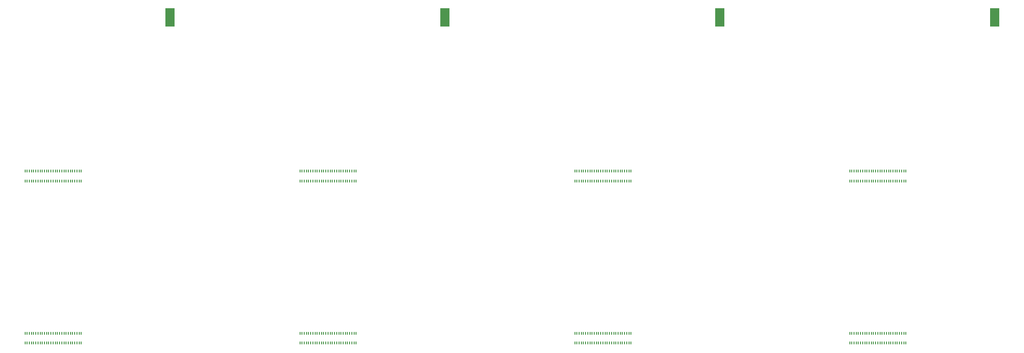
<source format=gbr>
%TF.GenerationSoftware,KiCad,Pcbnew,(6.0.6)*%
%TF.CreationDate,2022-09-06T16:14:22-05:00*%
%TF.ProjectId,etl_assembly_plate_pcb_v3,65746c5f-6173-4736-956d-626c795f706c,rev?*%
%TF.SameCoordinates,Original*%
%TF.FileFunction,Paste,Top*%
%TF.FilePolarity,Positive*%
%FSLAX46Y46*%
G04 Gerber Fmt 4.6, Leading zero omitted, Abs format (unit mm)*
G04 Created by KiCad (PCBNEW (6.0.6)) date 2022-09-06 16:14:22*
%MOMM*%
%LPD*%
G01*
G04 APERTURE LIST*
%ADD10R,0.220000X0.550000*%
%ADD11R,1.780000X3.430000*%
G04 APERTURE END LIST*
D10*
%TO.C,J1*%
X20600000Y-73075000D03*
X20600000Y-71225000D03*
X21000000Y-73075000D03*
X21000000Y-71225000D03*
X21400000Y-73075000D03*
X21400000Y-71225000D03*
X21800000Y-73075000D03*
X21800000Y-71225000D03*
X22200000Y-73075000D03*
X22200000Y-71225000D03*
X22600000Y-73075000D03*
X22600000Y-71225000D03*
X23000000Y-73075000D03*
X23000000Y-71225000D03*
X23400000Y-73075000D03*
X23400000Y-71225000D03*
X23800000Y-73075000D03*
X23800000Y-71225000D03*
X24200000Y-73075000D03*
X24200000Y-71225000D03*
X24600000Y-73075000D03*
X24600000Y-71225000D03*
X25000000Y-73075000D03*
X25000000Y-71225000D03*
X25400000Y-73075000D03*
X25400000Y-71225000D03*
X25800000Y-73075000D03*
X25800000Y-71225000D03*
X26200000Y-73075000D03*
X26200000Y-71225000D03*
X26600000Y-73075000D03*
X26600000Y-71225000D03*
X27000000Y-73075000D03*
X27000000Y-71225000D03*
X27400000Y-73075000D03*
X27400000Y-71225000D03*
X27800000Y-73075000D03*
X27800000Y-71225000D03*
X28200000Y-73075000D03*
X28200000Y-71225000D03*
X28600000Y-73075000D03*
X28600000Y-71225000D03*
X29000000Y-73075000D03*
X29000000Y-71225000D03*
X29400000Y-73075000D03*
X29400000Y-71225000D03*
X29800000Y-73075000D03*
X29800000Y-71225000D03*
X30200000Y-73075000D03*
X30200000Y-71225000D03*
X20200000Y-73075000D03*
X20200000Y-71225000D03*
X30600000Y-73075000D03*
X30600000Y-71225000D03*
%TD*%
%TO.C,J2*%
X20600000Y-43075000D03*
X20600000Y-41225000D03*
X21000000Y-43075000D03*
X21000000Y-41225000D03*
X21400000Y-43075000D03*
X21400000Y-41225000D03*
X21800000Y-43075000D03*
X21800000Y-41225000D03*
X22200000Y-43075000D03*
X22200000Y-41225000D03*
X22600000Y-43075000D03*
X22600000Y-41225000D03*
X23000000Y-43075000D03*
X23000000Y-41225000D03*
X23400000Y-43075000D03*
X23400000Y-41225000D03*
X23800000Y-43075000D03*
X23800000Y-41225000D03*
X24200000Y-43075000D03*
X24200000Y-41225000D03*
X24600000Y-43075000D03*
X24600000Y-41225000D03*
X25000000Y-43075000D03*
X25000000Y-41225000D03*
X25400000Y-43075000D03*
X25400000Y-41225000D03*
X25800000Y-43075000D03*
X25800000Y-41225000D03*
X26200000Y-43075000D03*
X26200000Y-41225000D03*
X26600000Y-43075000D03*
X26600000Y-41225000D03*
X27000000Y-43075000D03*
X27000000Y-41225000D03*
X27400000Y-43075000D03*
X27400000Y-41225000D03*
X27800000Y-43075000D03*
X27800000Y-41225000D03*
X28200000Y-43075000D03*
X28200000Y-41225000D03*
X28600000Y-43075000D03*
X28600000Y-41225000D03*
X29000000Y-43075000D03*
X29000000Y-41225000D03*
X29400000Y-43075000D03*
X29400000Y-41225000D03*
X29800000Y-43075000D03*
X29800000Y-41225000D03*
X30200000Y-43075000D03*
X30200000Y-41225000D03*
X20200000Y-43075000D03*
X20200000Y-41225000D03*
X30600000Y-43075000D03*
X30600000Y-41225000D03*
%TD*%
D11*
%TO.C,TP51*%
X47000000Y-12775000D03*
%TD*%
D10*
%TO.C,J4*%
X71400000Y-43075000D03*
X71400000Y-41225000D03*
X71800000Y-43075000D03*
X71800000Y-41225000D03*
X72200000Y-43075000D03*
X72200000Y-41225000D03*
X72600000Y-43075000D03*
X72600000Y-41225000D03*
X73000000Y-43075000D03*
X73000000Y-41225000D03*
X73400000Y-43075000D03*
X73400000Y-41225000D03*
X73800000Y-43075000D03*
X73800000Y-41225000D03*
X74200000Y-43075000D03*
X74200000Y-41225000D03*
X74600000Y-43075000D03*
X74600000Y-41225000D03*
X75000000Y-43075000D03*
X75000000Y-41225000D03*
X75400000Y-43075000D03*
X75400000Y-41225000D03*
X75800000Y-43075000D03*
X75800000Y-41225000D03*
X76200000Y-43075000D03*
X76200000Y-41225000D03*
X76600000Y-43075000D03*
X76600000Y-41225000D03*
X77000000Y-43075000D03*
X77000000Y-41225000D03*
X77400000Y-43075000D03*
X77400000Y-41225000D03*
X77800000Y-43075000D03*
X77800000Y-41225000D03*
X78200000Y-43075000D03*
X78200000Y-41225000D03*
X78600000Y-43075000D03*
X78600000Y-41225000D03*
X79000000Y-43075000D03*
X79000000Y-41225000D03*
X79400000Y-43075000D03*
X79400000Y-41225000D03*
X79800000Y-43075000D03*
X79800000Y-41225000D03*
X80200000Y-43075000D03*
X80200000Y-41225000D03*
X80600000Y-43075000D03*
X80600000Y-41225000D03*
X81000000Y-43075000D03*
X81000000Y-41225000D03*
X71000000Y-43075000D03*
X71000000Y-41225000D03*
X81400000Y-43075000D03*
X81400000Y-41225000D03*
%TD*%
%TO.C,J6*%
X122200000Y-43075000D03*
X122200000Y-41225000D03*
X122600000Y-43075000D03*
X122600000Y-41225000D03*
X123000000Y-43075000D03*
X123000000Y-41225000D03*
X123400000Y-43075000D03*
X123400000Y-41225000D03*
X123800000Y-43075000D03*
X123800000Y-41225000D03*
X124200000Y-43075000D03*
X124200000Y-41225000D03*
X124600000Y-43075000D03*
X124600000Y-41225000D03*
X125000000Y-43075000D03*
X125000000Y-41225000D03*
X125400000Y-43075000D03*
X125400000Y-41225000D03*
X125800000Y-43075000D03*
X125800000Y-41225000D03*
X126200000Y-43075000D03*
X126200000Y-41225000D03*
X126600000Y-43075000D03*
X126600000Y-41225000D03*
X127000000Y-43075000D03*
X127000000Y-41225000D03*
X127400000Y-43075000D03*
X127400000Y-41225000D03*
X127800000Y-43075000D03*
X127800000Y-41225000D03*
X128200000Y-43075000D03*
X128200000Y-41225000D03*
X128600000Y-43075000D03*
X128600000Y-41225000D03*
X129000000Y-43075000D03*
X129000000Y-41225000D03*
X129400000Y-43075000D03*
X129400000Y-41225000D03*
X129800000Y-43075000D03*
X129800000Y-41225000D03*
X130200000Y-43075000D03*
X130200000Y-41225000D03*
X130600000Y-43075000D03*
X130600000Y-41225000D03*
X131000000Y-43075000D03*
X131000000Y-41225000D03*
X131400000Y-43075000D03*
X131400000Y-41225000D03*
X131800000Y-43075000D03*
X131800000Y-41225000D03*
X121800000Y-43075000D03*
X121800000Y-41225000D03*
X132200000Y-43075000D03*
X132200000Y-41225000D03*
%TD*%
D11*
%TO.C,TP204*%
X199400000Y-12775000D03*
%TD*%
D10*
%TO.C,J8*%
X173000000Y-43075000D03*
X173000000Y-41225000D03*
X173400000Y-43075000D03*
X173400000Y-41225000D03*
X173800000Y-43075000D03*
X173800000Y-41225000D03*
X174200000Y-43075000D03*
X174200000Y-41225000D03*
X174600000Y-43075000D03*
X174600000Y-41225000D03*
X175000000Y-43075000D03*
X175000000Y-41225000D03*
X175400000Y-43075000D03*
X175400000Y-41225000D03*
X175800000Y-43075000D03*
X175800000Y-41225000D03*
X176200000Y-43075000D03*
X176200000Y-41225000D03*
X176600000Y-43075000D03*
X176600000Y-41225000D03*
X177000000Y-43075000D03*
X177000000Y-41225000D03*
X177400000Y-43075000D03*
X177400000Y-41225000D03*
X177800000Y-43075000D03*
X177800000Y-41225000D03*
X178200000Y-43075000D03*
X178200000Y-41225000D03*
X178600000Y-43075000D03*
X178600000Y-41225000D03*
X179000000Y-43075000D03*
X179000000Y-41225000D03*
X179400000Y-43075000D03*
X179400000Y-41225000D03*
X179800000Y-43075000D03*
X179800000Y-41225000D03*
X180200000Y-43075000D03*
X180200000Y-41225000D03*
X180600000Y-43075000D03*
X180600000Y-41225000D03*
X181000000Y-43075000D03*
X181000000Y-41225000D03*
X181400000Y-43075000D03*
X181400000Y-41225000D03*
X181800000Y-43075000D03*
X181800000Y-41225000D03*
X182200000Y-43075000D03*
X182200000Y-41225000D03*
X182600000Y-43075000D03*
X182600000Y-41225000D03*
X172600000Y-43075000D03*
X172600000Y-41225000D03*
X183000000Y-43075000D03*
X183000000Y-41225000D03*
%TD*%
%TO.C,J7*%
X173000000Y-73075000D03*
X173000000Y-71225000D03*
X173400000Y-73075000D03*
X173400000Y-71225000D03*
X173800000Y-73075000D03*
X173800000Y-71225000D03*
X174200000Y-73075000D03*
X174200000Y-71225000D03*
X174600000Y-73075000D03*
X174600000Y-71225000D03*
X175000000Y-73075000D03*
X175000000Y-71225000D03*
X175400000Y-73075000D03*
X175400000Y-71225000D03*
X175800000Y-73075000D03*
X175800000Y-71225000D03*
X176200000Y-73075000D03*
X176200000Y-71225000D03*
X176600000Y-73075000D03*
X176600000Y-71225000D03*
X177000000Y-73075000D03*
X177000000Y-71225000D03*
X177400000Y-73075000D03*
X177400000Y-71225000D03*
X177800000Y-73075000D03*
X177800000Y-71225000D03*
X178200000Y-73075000D03*
X178200000Y-71225000D03*
X178600000Y-73075000D03*
X178600000Y-71225000D03*
X179000000Y-73075000D03*
X179000000Y-71225000D03*
X179400000Y-73075000D03*
X179400000Y-71225000D03*
X179800000Y-73075000D03*
X179800000Y-71225000D03*
X180200000Y-73075000D03*
X180200000Y-71225000D03*
X180600000Y-73075000D03*
X180600000Y-71225000D03*
X181000000Y-73075000D03*
X181000000Y-71225000D03*
X181400000Y-73075000D03*
X181400000Y-71225000D03*
X181800000Y-73075000D03*
X181800000Y-71225000D03*
X182200000Y-73075000D03*
X182200000Y-71225000D03*
X182600000Y-73075000D03*
X182600000Y-71225000D03*
X172600000Y-73075000D03*
X172600000Y-71225000D03*
X183000000Y-73075000D03*
X183000000Y-71225000D03*
%TD*%
%TO.C,J3*%
X71400000Y-73075000D03*
X71400000Y-71225000D03*
X71800000Y-73075000D03*
X71800000Y-71225000D03*
X72200000Y-73075000D03*
X72200000Y-71225000D03*
X72600000Y-73075000D03*
X72600000Y-71225000D03*
X73000000Y-73075000D03*
X73000000Y-71225000D03*
X73400000Y-73075000D03*
X73400000Y-71225000D03*
X73800000Y-73075000D03*
X73800000Y-71225000D03*
X74200000Y-73075000D03*
X74200000Y-71225000D03*
X74600000Y-73075000D03*
X74600000Y-71225000D03*
X75000000Y-73075000D03*
X75000000Y-71225000D03*
X75400000Y-73075000D03*
X75400000Y-71225000D03*
X75800000Y-73075000D03*
X75800000Y-71225000D03*
X76200000Y-73075000D03*
X76200000Y-71225000D03*
X76600000Y-73075000D03*
X76600000Y-71225000D03*
X77000000Y-73075000D03*
X77000000Y-71225000D03*
X77400000Y-73075000D03*
X77400000Y-71225000D03*
X77800000Y-73075000D03*
X77800000Y-71225000D03*
X78200000Y-73075000D03*
X78200000Y-71225000D03*
X78600000Y-73075000D03*
X78600000Y-71225000D03*
X79000000Y-73075000D03*
X79000000Y-71225000D03*
X79400000Y-73075000D03*
X79400000Y-71225000D03*
X79800000Y-73075000D03*
X79800000Y-71225000D03*
X80200000Y-73075000D03*
X80200000Y-71225000D03*
X80600000Y-73075000D03*
X80600000Y-71225000D03*
X81000000Y-73075000D03*
X81000000Y-71225000D03*
X71000000Y-73075000D03*
X71000000Y-71225000D03*
X81400000Y-73075000D03*
X81400000Y-71225000D03*
%TD*%
%TO.C,J5*%
X122200000Y-73075000D03*
X122200000Y-71225000D03*
X122600000Y-73075000D03*
X122600000Y-71225000D03*
X123000000Y-73075000D03*
X123000000Y-71225000D03*
X123400000Y-73075000D03*
X123400000Y-71225000D03*
X123800000Y-73075000D03*
X123800000Y-71225000D03*
X124200000Y-73075000D03*
X124200000Y-71225000D03*
X124600000Y-73075000D03*
X124600000Y-71225000D03*
X125000000Y-73075000D03*
X125000000Y-71225000D03*
X125400000Y-73075000D03*
X125400000Y-71225000D03*
X125800000Y-73075000D03*
X125800000Y-71225000D03*
X126200000Y-73075000D03*
X126200000Y-71225000D03*
X126600000Y-73075000D03*
X126600000Y-71225000D03*
X127000000Y-73075000D03*
X127000000Y-71225000D03*
X127400000Y-73075000D03*
X127400000Y-71225000D03*
X127800000Y-73075000D03*
X127800000Y-71225000D03*
X128200000Y-73075000D03*
X128200000Y-71225000D03*
X128600000Y-73075000D03*
X128600000Y-71225000D03*
X129000000Y-73075000D03*
X129000000Y-71225000D03*
X129400000Y-73075000D03*
X129400000Y-71225000D03*
X129800000Y-73075000D03*
X129800000Y-71225000D03*
X130200000Y-73075000D03*
X130200000Y-71225000D03*
X130600000Y-73075000D03*
X130600000Y-71225000D03*
X131000000Y-73075000D03*
X131000000Y-71225000D03*
X131400000Y-73075000D03*
X131400000Y-71225000D03*
X131800000Y-73075000D03*
X131800000Y-71225000D03*
X121800000Y-73075000D03*
X121800000Y-71225000D03*
X132200000Y-73075000D03*
X132200000Y-71225000D03*
%TD*%
D11*
%TO.C,TP102*%
X97800000Y-12775000D03*
%TD*%
%TO.C,TP153*%
X148600000Y-12775000D03*
%TD*%
M02*

</source>
